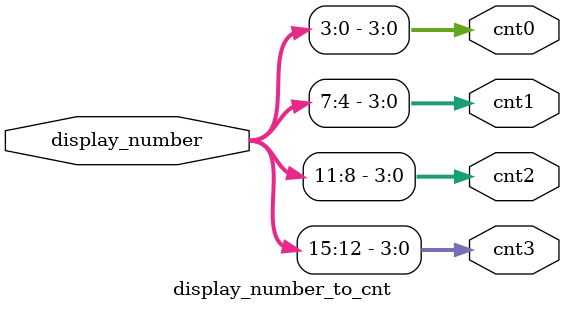
<source format=v>
`timescale 1ns / 1ps


module display_number_to_cnt(
     input [15:0] display_number,
     output [3:0] cnt3,  
     output [3:0] cnt2,  
     output [3:0] cnt1,  
     output [3:0] cnt0   
    );
    
    assign cnt3 = display_number[15:12];
    assign cnt2 = display_number[11:8];
    assign cnt1 = display_number[7:4];
    assign cnt0 = display_number[3:0];
    
endmodule

</source>
